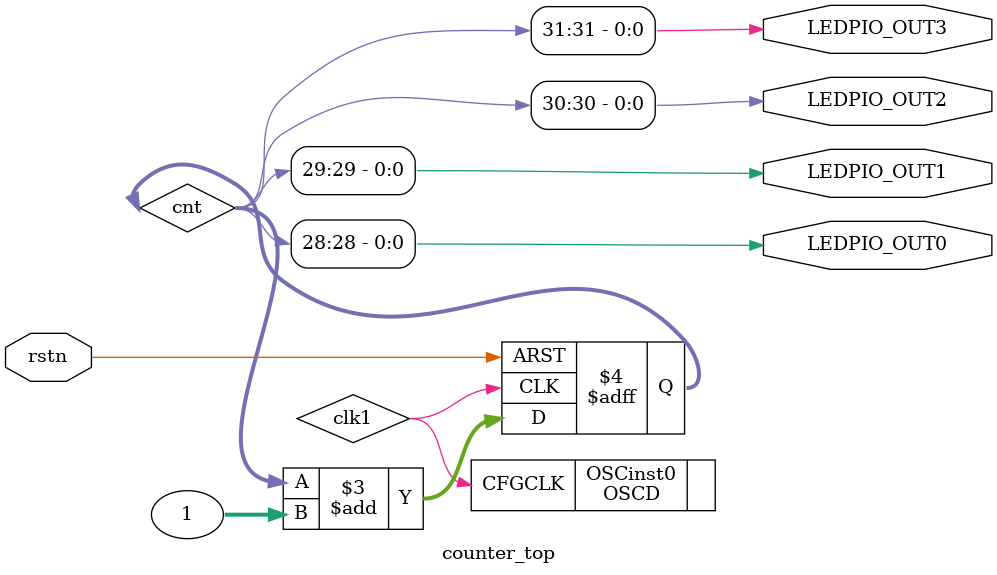
<source format=v>

module reveal_coretop (clk, reset_n, trigger_din, trigger_en, trace_din)  /* synthesis syn_hier="hard" */ ;
    ///////// PARAMETERS for IO port///////////////
    parameter NUM_CORES = 1 ; 
    parameter TOTAL_TRIGGER_DIN = 6 ; 
    parameter TOTAL_TRACE_DIN = 6 ; 
    ///////// IO port define //////////
    input [(NUM_CORES - 1):0] clk ; 
    input [(NUM_CORES - 1):0] reset_n ; 
    input [(TOTAL_TRIGGER_DIN - 1):0] trigger_din ; 
    input [(TOTAL_TRACE_DIN - 1):0] trace_din ; 
    // other io ports defines, including the triggered out signals
    input [0:0] trigger_en ; 
    /// wires for interconnection ///
    wire [(NUM_CORES - 1):0] trigger_out ; 
    wire [(NUM_CORES - 1):0] jtck ; 
    wire [(NUM_CORES - 1):0] jrstn ; 
    wire [(NUM_CORES - 1):0] jce2 ; 
    wire [(NUM_CORES - 1):0] jtdi ; 
    wire [(NUM_CORES - 1):0] er2_tdo ; 
    wire [(NUM_CORES - 1):0] jshift ; 
    wire [(NUM_CORES - 1):0] jupdate ; 
    wire [(NUM_CORES - 1):0] ip_enable ; 
    wire [5:0] trace_din_net ; 
    wire [5:0] trigger_din_net ; 
    assign trace_din_net[0] = trace_din[0] ; 
    assign trace_din_net[1] = trace_din[1] ; 
    assign trace_din_net[2] = trace_din[2] ; 
    assign trace_din_net[3] = trace_din[3] ; 
    assign trace_din_net[4] = trace_din[4] ; 
    assign trace_din_net[5] = trace_din[5] ; 
    assign trigger_din_net[0] = trigger_din[0] ; 
    assign trigger_din_net[1] = trigger_din[1] ; 
    assign trigger_din_net[2] = trigger_din[2] ; 
    assign trigger_din_net[3] = trigger_din[3] ; 
    assign trigger_din_net[4] = trigger_din[4] ; 
    assign trigger_din_net[5] = trigger_din[5] ; 
    ////// core instances //////
    counter_top_la0 counter_top_la0_inst_0 (.clk(clk[0]), .reset_n(reset_n[0]), .jtck(jtck[0]), .jrstn(jrstn[0]), .jce2(jce2[0]), .jtdi(jtdi[0]), .er2_tdo(er2_tdo[0]), .jshift(jshift[0]), .jupdate(jupdate[0]), .trigger_din_0(trigger_din_net[5:0]), .trace_din(trace_din_net[5:0]), .trigger_en(trigger_en[0]), .ip_enable(ip_enable[0])) /* synthesis syn_noprune=1 */  ; 
    jtagconn16 jtagconn16_inst_0 (.jtck(jtck[0]), .jtdi(jtdi[0]), .jshift(jshift[0]), .jupdate(jupdate[0]), .jrstn(jrstn[0]), .jce2(jce2[0]), .ip_enable(ip_enable[0]), .er2_tdo(er2_tdo[0])) /* synthesis JTAG_IP="REVEAL" IP_ID="0" HUB_ID="0" syn_noprune=1 */  ; 

//exemplar attribute jtagconn16_inst_0 JTAG_IP "REVEAL"
//exemplar attribute jtagconn16_inst_0 IP_ID "0"
//exemplar attribute jtagconn16_inst_0 HUB_ID "0"
endmodule



//Reveal ECP5 counter and trigger modules
module counter_top (
    input rstn, 
    output LEDPIO_OUT0, 
    output LEDPIO_OUT1, 
    output LEDPIO_OUT2, 
    output LEDPIO_OUT3) ;
    // LatticeECP5 internal oscillator generates platform clock
    wire clk1 ;  /* synthesis syn_keep=1 preserve_signal=1 RVL_DEBUG_core0_clock0="clk1_0" */ 
    reg [31:0] cnt ;  /* synthesis syn_keep=1 preserve_signal=1 RVL_DEBUG_core0_trace0="cnt_5" RVL_DEBUG_core0_trace1="cnt_4" RVL_DEBUG_core0_trace2="cnt_3" RVL_DEBUG_core0_trace3="cnt_2" RVL_DEBUG_core0_trace4="cnt_1" RVL_DEBUG_core0_trace5="cnt_0" RVL_DEBUG_core0_trigger0="cnt_5" RVL_DEBUG_core0_trigger1="cnt_4" RVL_DEBUG_core0_trigger2="cnt_3" RVL_DEBUG_core0_trigger3="cnt_2" RVL_DEBUG_core0_trigger4="cnt_1" RVL_DEBUG_core0_trigger5="cnt_0" */ 
    wire VCC ; 
    OSCD OSCinst0 (.CFGCLK(clk1)) ; 
    defparam OSCinst0.NOM_FREQ = "55.0" ; 
    always
        @(posedge clk1 or negedge rstn)
        begin
            if ((!rstn)) 
                cnt = 0 ;
            else
                cnt = (cnt + 1) ;
        end
    assign LEDPIO_OUT0 = cnt[28] ; 
    assign LEDPIO_OUT1 = cnt[29] ; 
    assign LEDPIO_OUT2 = cnt[30] ; 
    assign LEDPIO_OUT3 = cnt[31] ; 
    VHI VHI_reset_u (.Z(VCC)) ; 
    reveal_coretop counter_top_reveal_coretop_instance (.clk({clk1}), .reset_n({VCC}), .trigger_din({cnt[5],cnt[4],cnt[3],cnt[2],cnt[1],cnt[0]}), .trigger_en({VCC}), .trace_din({cnt[5],cnt[4],cnt[3],cnt[2],cnt[1],cnt[0]})) /* synthesis syn_noprune=1 dont_touch=1 */  ; 
endmodule



</source>
